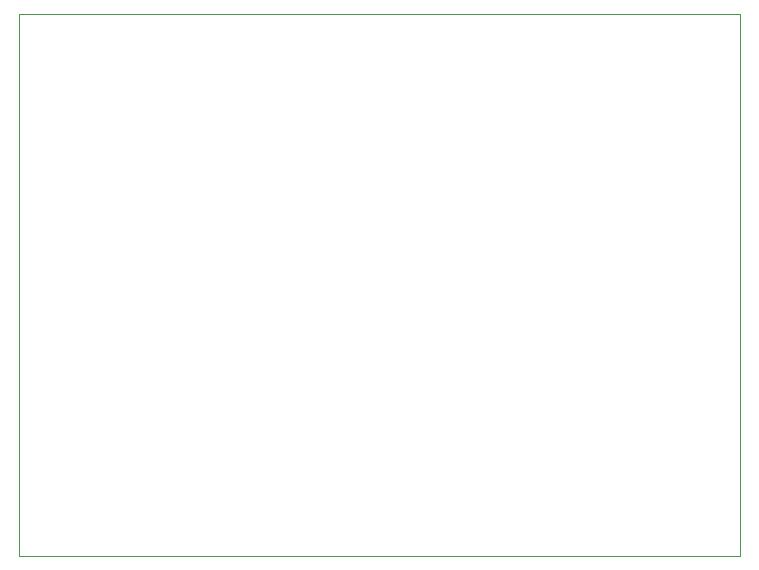
<source format=gbr>
G04 #@! TF.GenerationSoftware,KiCad,Pcbnew,5.1.6*
G04 #@! TF.CreationDate,2020-08-06T14:11:33+02:00*
G04 #@! TF.ProjectId,protoboard,70726f74-6f62-46f6-9172-642e6b696361,rev?*
G04 #@! TF.SameCoordinates,Original*
G04 #@! TF.FileFunction,Profile,NP*
%FSLAX46Y46*%
G04 Gerber Fmt 4.6, Leading zero omitted, Abs format (unit mm)*
G04 Created by KiCad (PCBNEW 5.1.6) date 2020-08-06 14:11:33*
%MOMM*%
%LPD*%
G01*
G04 APERTURE LIST*
G04 #@! TA.AperFunction,Profile*
%ADD10C,0.100000*%
G04 #@! TD*
G04 APERTURE END LIST*
D10*
X44958000Y-76835000D02*
X106045000Y-76835000D01*
X106045000Y-30988000D02*
X106045000Y-76835000D01*
X44958000Y-30988000D02*
X106045000Y-30988000D01*
X44958000Y-76835000D02*
X44958000Y-30988000D01*
M02*

</source>
